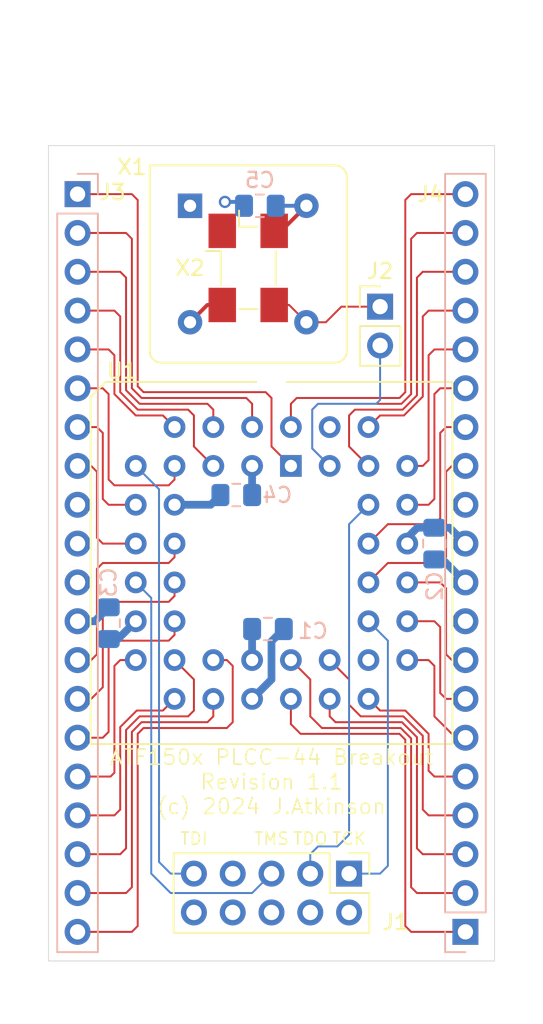
<source format=kicad_pcb>
(kicad_pcb (version 20240108) (generator "pcbnew") (generator_version "8.0")
  (layers (0 "F.Cu" signal) (1 "In1.Cu" signal) (2 "In2.Cu" signal) (31 "B.Cu" signal) (34 "B.Paste" user) (35 "F.Paste" user) (36 "B.SilkS" user "B.Silkscreen") (37 "F.SilkS" user "F.Silkscreen") (38 "B.Mask" user) (39 "F.Mask" user) (44 "Edge.Cuts" user))
  (net 0 "")
  (net 1 "GND")
  (net 2 "VCC")
  (net 3 "IO18")
  (net 4 "IO20")
  (net 5 "I2{slash}GCLK2")
  (net 6 "IO8")
  (net 7 "IO26")
  (net 8 "IO28")
  (net 9 "TCK")
  (net 10 "I1{slash}GCLR")
  (net 11 "IO16")
  (net 12 "IO11")
  (net 13 "IO24")
  (net 14 "TMS")
  (net 15 "I31{slash}GCLK31")
  (net 16 "IO10")
  (net 17 "IO19")
  (net 18 "IO5")
  (net 19 "TDO")
  (net 20 "IO4")
  (net 21 "IO22")
  (net 22 "IO14")
  (net 23 "IO23")
  (net 24 "IO3")
  (net 25 "IO7")
  (net 26 "TDI")
  (net 27 "IO6")
  (net 28 "IO25")
  (net 29 "IO13")
  (net 30 "IO29")
  (net 31 "IO21")
  (net 32 "IO9")
  (net 33 "IO27")
  (net 34 "IO30{slash}GCLK30")
  (net 35 "IO15")
  (net 36 "I32")
  (net 37 "IO12")
  (net 38 "IO17")
  (net 44 "Net-(J2-Pin_1)")
  (footprint "Package_LCC:PLCC-44_THT-Socket" (layer "F.Cu") (at 191.77 68.58)
    (property "Reference" "U1" (at -11.049 -6.223 0) (layer "F.SilkS"))
    (property "Value" "ATF1502AS-Jx44")
    (fp_line (start -13.12 -4.5) (end -13.12 18.2) (stroke (width 0.12)) (layer "F.SilkS"))
    (fp_line (start -13.12 18.2) (end 10.58 18.2) (stroke (width 0.12)) (layer "F.SilkS"))
    (fp_line (start -12.12 -5.5) (end -13.12 -4.5) (stroke (width 0.12)) (layer "F.SilkS"))
    (fp_line (start -2.27 -5.5) (end -12.12 -5.5) (stroke (width 0.12)) (layer "F.SilkS"))
    (fp_line (start 10.58 -5.5) (end -0.27 -5.5) (stroke (width 0.12)) (layer "F.SilkS"))
    (fp_line (start 10.58 18.2) (end 10.58 -5.5) (stroke (width 0.12)) (layer "F.SilkS"))
    (pad "1" thru_hole rect (at 0 0) (size 1.4224 1.4224) (drill 0.8) (layers "*.Cu" "*.Mask") (net 10 "I1{slash}GCLR"))
    (pad "2" thru_hole circle (at -2.54 -2.54) (size 1.4224 1.4224) (drill 0.8) (layers "*.Cu" "*.Mask") (net 5 "I2{slash}GCLK2"))
    (pad "3" thru_hole circle (at -2.54 0) (size 1.4224 1.4224) (drill 0.8) (layers "*.Cu" "*.Mask") (net 2 "VCC"))
    (pad "4" thru_hole circle (at -5.08 -2.54) (size 1.4224 1.4224) (drill 0.8) (layers "*.Cu" "*.Mask") (net 24 "IO3"))
    (pad "5" thru_hole circle (at -5.08 0) (size 1.4224 1.4224) (drill 0.8) (layers "*.Cu" "*.Mask") (net 20 "IO4"))
    (pad "6" thru_hole circle (at -7.62 -2.54) (size 1.4224 1.4224) (drill 0.8) (layers "*.Cu" "*.Mask") (net 18 "IO5"))
    (pad "7" thru_hole circle (at -10.16 0) (size 1.4224 1.4224) (drill 0.8) (layers "*.Cu" "*.Mask") (net 26 "TDI"))
    (pad "8" thru_hole circle (at -7.62 0) (size 1.4224 1.4224) (drill 0.8) (layers "*.Cu" "*.Mask") (net 27 "IO6"))
    (pad "9" thru_hole circle (at -10.16 2.54) (size 1.4224 1.4224) (drill 0.8) (layers "*.Cu" "*.Mask") (net 25 "IO7"))
    (pad "10" thru_hole circle (at -7.62 2.54) (size 1.4224 1.4224) (drill 0.8) (layers "*.Cu" "*.Mask") (net 1 "GND"))
    (pad "11" thru_hole circle (at -10.16 5.08) (size 1.4224 1.4224) (drill 0.8) (layers "*.Cu" "*.Mask") (net 6 "IO8"))
    (pad "12" thru_hole circle (at -7.62 5.08) (size 1.4224 1.4224) (drill 0.8) (layers "*.Cu" "*.Mask") (net 32 "IO9"))
    (pad "13" thru_hole circle (at -10.16 7.62) (size 1.4224 1.4224) (drill 0.8) (layers "*.Cu" "*.Mask") (net 14 "TMS"))
    (pad "14" thru_hole circle (at -7.62 7.62) (size 1.4224 1.4224) (drill 0.8) (layers "*.Cu" "*.Mask") (net 16 "IO10"))
    (pad "15" thru_hole circle (at -10.16 10.16) (size 1.4224 1.4224) (drill 0.8) (layers "*.Cu" "*.Mask") (net 2 "VCC"))
    (pad "16" thru_hole circle (at -7.62 10.16) (size 1.4224 1.4224) (drill 0.8) (layers "*.Cu" "*.Mask") (net 12 "IO11"))
    (pad "17" thru_hole circle (at -10.16 12.7) (size 1.4224 1.4224) (drill 0.8) (layers "*.Cu" "*.Mask") (net 37 "IO12"))
    (pad "18" thru_hole circle (at -7.62 15.24) (size 1.4224 1.4224) (drill 0.8) (layers "*.Cu" "*.Mask") (net 29 "IO13"))
    (pad "19" thru_hole circle (at -7.62 12.7) (size 1.4224 1.4224) (drill 0.8) (layers "*.Cu" "*.Mask") (net 22 "IO14"))
    (pad "20" thru_hole circle (at -5.08 15.24) (size 1.4224 1.4224) (drill 0.8) (layers "*.Cu" "*.Mask") (net 35 "IO15"))
    (pad "21" thru_hole circle (at -5.08 12.7) (size 1.4224 1.4224) (drill 0.8) (layers "*.Cu" "*.Mask") (net 11 "IO16"))
    (pad "22" thru_hole circle (at -2.54 15.24) (size 1.4224 1.4224) (drill 0.8) (layers "*.Cu" "*.Mask") (net 1 "GND"))
    (pad "23" thru_hole circle (at -2.54 12.7) (size 1.4224 1.4224) (drill 0.8) (layers "*.Cu" "*.Mask") (net 2 "VCC"))
    (pad "24" thru_hole circle (at 0 15.24) (size 1.4224 1.4224) (drill 0.8) (layers "*.Cu" "*.Mask") (net 38 "IO17"))
    (pad "25" thru_hole circle (at 0 12.7) (size 1.4224 1.4224) (drill 0.8) (layers "*.Cu" "*.Mask") (net 3 "IO18"))
    (pad "26" thru_hole circle (at 2.54 15.24) (size 1.4224 1.4224) (drill 0.8) (layers "*.Cu" "*.Mask") (net 17 "IO19"))
    (pad "27" thru_hole circle (at 2.54 12.7) (size 1.4224 1.4224) (drill 0.8) (layers "*.Cu" "*.Mask") (net 4 "IO20"))
    (pad "28" thru_hole circle (at 5.08 15.24) (size 1.4224 1.4224) (drill 0.8) (layers "*.Cu" "*.Mask") (net 31 "IO21"))
    (pad "29" thru_hole circle (at 7.62 12.7) (size 1.4224 1.4224) (drill 0.8) (layers "*.Cu" "*.Mask") (net 21 "IO22"))
    (pad "30" thru_hole circle (at 5.08 12.7) (size 1.4224 1.4224) (drill 0.8) (layers "*.Cu" "*.Mask") (net 1 "GND"))
    (pad "31" thru_hole circle (at 7.62 10.16) (size 1.4224 1.4224) (drill 0.8) (layers "*.Cu" "*.Mask") (net 23 "IO23"))
    (pad "32" thru_hole circle (at 5.08 10.16) (size 1.4224 1.4224) (drill 0.8) (layers "*.Cu" "*.Mask") (net 9 "TCK"))
    (pad "33" thru_hole circle (at 7.62 7.62) (size 1.4224 1.4224) (drill 0.8) (layers "*.Cu" "*.Mask") (net 13 "IO24"))
    (pad "34" thru_hole circle (at 5.08 7.62) (size 1.4224 1.4224) (drill 0.8) (layers "*.Cu" "*.Mask") (net 28 "IO25"))
    (pad "35" thru_hole circle (at 7.62 5.08) (size 1.4224 1.4224) (drill 0.8) (layers "*.Cu" "*.Mask") (net 2 "VCC"))
    (pad "36" thru_hole circle (at 5.08 5.08) (size 1.4224 1.4224) (drill 0.8) (layers "*.Cu" "*.Mask") (net 7 "IO26"))
    (pad "37" thru_hole circle (at 7.62 2.54) (size 1.4224 1.4224) (drill 0.8) (layers "*.Cu" "*.Mask") (net 33 "IO27"))
    (pad "38" thru_hole circle (at 5.08 2.54) (size 1.4224 1.4224) (drill 0.8) (layers "*.Cu" "*.Mask") (net 19 "TDO"))
    (pad "39" thru_hole circle (at 7.62 0) (size 1.4224 1.4224) (drill 0.8) (layers "*.Cu" "*.Mask") (net 8 "IO28"))
    (pad "40" thru_hole circle (at 5.08 -2.54) (size 1.4224 1.4224) (drill 0.8) (layers "*.Cu" "*.Mask") (net 30 "IO29"))
    (pad "41" thru_hole circle (at 5.08 0) (size 1.4224 1.4224) (drill 0.8) (layers "*.Cu" "*.Mask") (net 34 "IO30{slash}GCLK30"))
    (pad "42" thru_hole circle (at 2.54 -2.54) (size 1.4224 1.4224) (drill 0.8) (layers "*.Cu" "*.Mask") (net 1 "GND"))
    (pad "43" thru_hole circle (at 2.54 0) (size 1.4224 1.4224) (drill 0.8) (layers "*.Cu" "*.Mask") (net 15 "I31{slash}GCLK31"))
    (pad "44" thru_hole circle (at 0 -2.54) (size 1.4224 1.4224) (drill 0.8) (layers "*.Cu" "*.Mask") (net 36 "I32"))
  )
  (footprint "Connector_PinHeader_2.54mm:PinHeader_1x02_P2.54mm_Vertical" (layer "F.Cu") (at 197.612 58.161)
    (property "Reference" "J2" (at 0 -2.33 360) (layer "F.SilkS"))
    (property "Value" "Conn_01x02")
    (fp_line (start -1.33 -1.33) (end 0 -1.33) (stroke (width 0.12)) (layer "F.SilkS"))
    (fp_line (start -1.33 0) (end -1.33 -1.33) (stroke (width 0.12)) (layer "F.SilkS"))
    (fp_line (start -1.33 1.27) (end -1.33 3.87) (stroke (width 0.12)) (layer "F.SilkS"))
    (fp_line (start -1.33 1.27) (end 1.33 1.27) (stroke (width 0.12)) (layer "F.SilkS"))
    (fp_line (start -1.33 3.87) (end 1.33 3.87) (stroke (width 0.12)) (layer "F.SilkS"))
    (fp_line (start 1.33 1.27) (end 1.33 3.87) (stroke (width 0.12)) (layer "F.SilkS"))
    (pad "1" thru_hole rect (at 0 0) (size 1.7 1.7) (drill 1) (layers "*.Cu" "*.Mask") (net 44 "Net-(J2-Pin_1)"))
    (pad "2" thru_hole oval (at 0 2.54) (size 1.7 1.7) (drill 1) (layers "*.Cu" "*.Mask") (net 15 "I31{slash}GCLK31"))
  )
  (footprint "Oscillator:Oscillator_SMD_Fordahl_DFAS15-4Pin_5.0x3.2mm_HandSoldering" (layer "F.Cu") (at 188.976 55.626 -90)
    (property "Reference" "X2" (at 0 3.81 180) (layer "F.SilkS"))
    (property "Value" "IQXO-70")
    (fp_line (start -1.1 1.8) (end -1.1 2.8) (stroke (width 0.12)) (layer "F.SilkS"))
    (fp_line (start 1.1 1.8) (end -1.1 1.8) (stroke (width 0.12)) (layer "F.SilkS"))
    (fp_line (start -3.75 0.6) (end -2.7 0.6) (stroke (width 0.12)) (layer "F.SilkS"))
    (fp_line (start -2.7 0.6) (end -2.7 -0.6) (stroke (width 0.12)) (layer "F.SilkS"))
    (fp_line (start 2.7 -0.6) (end 2.7 0.6) (stroke (width 0.12)) (layer "F.SilkS"))
    (fp_line (start -1.1 -1.8) (end 1.1 -1.8) (stroke (width 0.12)) (layer "F.SilkS"))
    (pad "1" smd rect (at -2.425 1.7 270) (size 2.25 1.8) (layers "F.Cu" "F.Paste" "F.Mask"))
    (pad "2" smd rect (at 2.425 1.7 270) (size 2.25 1.8) (layers "F.Cu" "F.Paste" "F.Mask") (net 1 "GND"))
    (pad "3" smd rect (at 2.425 -1.7 270) (size 2.25 1.8) (layers "F.Cu" "F.Paste" "F.Mask") (net 44 "Net-(J2-Pin_1)"))
    (pad "4" smd rect (at -2.425 -1.7 270) (size 2.25 1.8) (layers "F.Cu" "F.Paste" "F.Mask") (net 2 "VCC"))
  )
  (footprint "Oscillator:Oscillator_DIP-8" (layer "F.Cu") (at 185.166 51.562 -90)
    (property "Reference" "X1" (at -2.54 3.81 180) (layer "F.SilkS"))
    (property "Value" "CXO_DIP8")
    (fp_line (start -2.64 2.64) (end 9.51 2.64) (stroke (width 0.12)) (layer "F.SilkS"))
    (fp_line (start 10.26 1.89) (end 10.26 -9.51) (stroke (width 0.12)) (layer "F.SilkS"))
    (fp_line (start -2.64 -9.51) (end -2.64 2.64) (stroke (width 0.12)) (layer "F.SilkS"))
    (fp_line (start 9.51 -10.26) (end -1.89 -10.26) (stroke (width 0.12)) (layer "F.SilkS"))
    (fp_arc (start 10.26 1.89) (mid 10.04033 2.42033) (end 9.51 2.64) (stroke (width 0.12)) (layer "F.SilkS"))
    (fp_arc (start -2.64 -9.51) (mid -2.42033 -10.04033) (end -1.89 -10.26) (stroke (width 0.12)) (layer "F.SilkS"))
    (fp_arc (start 9.51 -10.26) (mid 10.04033 -10.04033) (end 10.26 -9.51) (stroke (width 0.12)) (layer "F.SilkS"))
    (pad "1" thru_hole rect (at 0 0 270) (size 1.6 1.6) (drill 0.8) (layers "*.Cu" "*.Mask"))
    (pad "4" thru_hole circle (at 7.62 0 270) (size 1.6 1.6) (drill 0.8) (layers "*.Cu" "*.Mask") (net 1 "GND"))
    (pad "5" thru_hole circle (at 7.62 -7.62 270) (size 1.6 1.6) (drill 0.8) (layers "*.Cu" "*.Mask") (net 44 "Net-(J2-Pin_1)"))
    (pad "8" thru_hole circle (at 0 -7.62 270) (size 1.6 1.6) (drill 0.8) (layers "*.Cu" "*.Mask") (net 2 "VCC"))
  )
  (footprint "Connector_PinHeader_2.54mm:PinHeader_2x05_P2.54mm_Vertical" (layer "F.Cu") (at 195.58 95.25 -90)
    (property "Reference" "J1" (at 3.175 -3.048 180) (layer "F.SilkS"))
    (property "Value" "Conn_02x05_Odd_Even")
    (fp_line (start -1.33 11.49) (end 3.87 11.49) (stroke (width 0.12)) (layer "F.SilkS"))
    (fp_line (start -1.33 1.27) (end -1.33 11.49) (stroke (width 0.12)) (layer "F.SilkS"))
    (fp_line (start -1.33 1.27) (end 1.27 1.27) (stroke (width 0.12)) (layer "F.SilkS"))
    (fp_line (start 1.27 1.27) (end 1.27 -1.33) (stroke (width 0.12)) (layer "F.SilkS"))
    (fp_line (start -1.33 0) (end -1.33 -1.33) (stroke (width 0.12)) (layer "F.SilkS"))
    (fp_line (start -1.33 -1.33) (end 0 -1.33) (stroke (width 0.12)) (layer "F.SilkS"))
    (fp_line (start 1.27 -1.33) (end 3.87 -1.33) (stroke (width 0.12)) (layer "F.SilkS"))
    (fp_line (start 3.87 -1.33) (end 3.87 11.49) (stroke (width 0.12)) (layer "F.SilkS"))
    (pad "1" thru_hole rect (at 0 0 270) (size 1.7 1.7) (drill 1) (layers "*.Cu" "*.Mask") (net 9 "TCK"))
    (pad "2" thru_hole oval (at 2.54 0 270) (size 1.7 1.7) (drill 1) (layers "*.Cu" "*.Mask") (net 1 "GND"))
    (pad "3" thru_hole oval (at 0 2.54 270) (size 1.7 1.7) (drill 1) (layers "*.Cu" "*.Mask") (net 19 "TDO"))
    (pad "4" thru_hole oval (at 2.54 2.54 270) (size 1.7 1.7) (drill 1) (layers "*.Cu" "*.Mask") (net 2 "VCC"))
    (pad "5" thru_hole oval (at 0 5.08 270) (size 1.7 1.7) (drill 1) (layers "*.Cu" "*.Mask") (net 14 "TMS"))
    (pad "6" thru_hole oval (at 2.54 5.08 270) (size 1.7 1.7) (drill 1) (layers "*.Cu" "*.Mask"))
    (pad "7" thru_hole oval (at 0 7.62 270) (size 1.7 1.7) (drill 1) (layers "*.Cu" "*.Mask"))
    (pad "8" thru_hole oval (at 2.54 7.62 270) (size 1.7 1.7) (drill 1) (layers "*.Cu" "*.Mask"))
    (pad "9" thru_hole oval (at 0 10.16 270) (size 1.7 1.7) (drill 1) (layers "*.Cu" "*.Mask") (net 26 "TDI"))
    (pad "10" thru_hole oval (at 2.54 10.16 270) (size 1.7 1.7) (drill 1) (layers "*.Cu" "*.Mask") (net 1 "GND"))
  )
  (footprint "Capacitor_SMD:C_0805_2012Metric_Pad1.18x1.45mm_HandSolder" (layer "B.Cu") (at 201.168 73.66 -90)
    (property "Reference" "C2" (at 2.794 -0.0215 90) (layer "B.SilkS") (effects (justify mirror)))
    (property "Value" "104")
    (fp_line (start 0.261252 0.735) (end -0.261252 0.735) (stroke (width 0.12)) (layer "B.SilkS"))
    (fp_line (start 0.261252 -0.735) (end -0.261252 -0.735) (stroke (width 0.12)) (layer "B.SilkS"))
    (pad "1" smd roundrect (at -1.0375 0 270) (size 1.175 1.45) (layers "B.Cu" "B.Paste" "B.Mask") (roundrect_rratio 0.2127659574) (net 2 "VCC"))
    (pad "2" smd roundrect (at 1.0375 0 270) (size 1.175 1.45) (layers "B.Cu" "B.Paste" "B.Mask") (roundrect_rratio 0.2127659574) (net 1 "GND"))
  )
  (footprint "Capacitor_SMD:C_0805_2012Metric_Pad1.18x1.45mm_HandSolder" (layer "B.Cu") (at 189.738 51.562 180)
    (property "Reference" "C5" (at 0 1.68 180) (layer "B.SilkS") (effects (justify mirror)))
    (property "Value" "104")
    (fp_line (start 0.261252 0.735) (end -0.261252 0.735) (stroke (width 0.12)) (layer "B.SilkS"))
    (fp_line (start 0.261252 -0.735) (end -0.261252 -0.735) (stroke (width 0.12)) (layer "B.SilkS"))
    (pad "1" smd roundrect (at -1.0375 0 180) (size 1.175 1.45) (layers "B.Cu" "B.Paste" "B.Mask") (roundrect_rratio 0.212766) (net 2 "VCC"))
    (pad "2" smd roundrect (at 1.0375 0 180) (size 1.175 1.45) (layers "B.Cu" "B.Paste" "B.Mask") (roundrect_rratio 0.212766) (net 1 "GND"))
  )
  (footprint "Capacitor_SMD:C_0805_2012Metric_Pad1.18x1.45mm_HandSolder" (layer "B.Cu") (at 179.832 78.867 90)
    (property "Reference" "C3" (at 2.667 0 -90) (layer "B.SilkS") (effects (justify mirror)))
    (property "Value" "104")
    (fp_line (start 0.261252 -0.735) (end -0.261252 -0.735) (stroke (width 0.12)) (layer "B.SilkS"))
    (fp_line (start 0.261252 0.735) (end -0.261252 0.735) (stroke (width 0.12)) (layer "B.SilkS"))
    (pad "1" smd roundrect (at -1.0375 0 90) (size 1.175 1.45) (layers "B.Cu" "B.Paste" "B.Mask") (roundrect_rratio 0.2127659574) (net 2 "VCC"))
    (pad "2" smd roundrect (at 1.0375 0 90) (size 1.175 1.45) (layers "B.Cu" "B.Paste" "B.Mask") (roundrect_rratio 0.2127659574) (net 1 "GND"))
  )
  (footprint "Capacitor_SMD:C_0805_2012Metric_Pad1.18x1.45mm_HandSolder" (layer "B.Cu") (at 188.1925 70.485 180)
    (property "Reference" "C4" (at -2.6885 0 180) (layer "B.SilkS") (effects (justify mirror)))
    (property "Value" "104")
    (fp_line (start 0.261252 0.735) (end -0.261252 0.735) (stroke (width 0.12)) (layer "B.SilkS"))
    (fp_line (start 0.261252 -0.735) (end -0.261252 -0.735) (stroke (width 0.12)) (layer "B.SilkS"))
    (pad "1" smd roundrect (at -1.0375 0 180) (size 1.175 1.45) (layers "B.Cu" "B.Paste" "B.Mask") (roundrect_rratio 0.2127659574) (net 2 "VCC"))
    (pad "2" smd roundrect (at 1.0375 0 180) (size 1.175 1.45) (layers "B.Cu" "B.Paste" "B.Mask") (roundrect_rratio 0.2127659574) (net 1 "GND"))
  )
  (footprint "Connector_PinHeader_2.54mm:PinHeader_1x20_P2.54mm_Vertical" (layer "B.Cu") (at 177.8 50.8 180)
    (property "Reference" "J3" (at -2.286 0.127 180) (layer "F.SilkS"))
    (property "Value" "Conn_01x20")
    (fp_line (start 1.33 -1.27) (end -1.33 -1.27) (stroke (width 0.12)) (layer "B.SilkS"))
    (fp_line (start 1.33 -49.59) (end 1.33 -1.27) (stroke (width 0.12)) (layer "B.SilkS"))
    (fp_line (start 1.33 -49.59) (end -1.33 -49.59) (stroke (width 0.12)) (layer "B.SilkS"))
    (fp_line (start 0 1.33) (end -1.33 1.33) (stroke (width 0.12)) (layer "B.SilkS"))
    (fp_line (start -1.33 1.33) (end -1.33 0) (stroke (width 0.12)) (layer "B.SilkS"))
    (fp_line (start -1.33 -49.59) (end -1.33 -1.27) (stroke (width 0.12)) (layer "B.SilkS"))
    (pad "1" thru_hole rect (at 0 0 180) (size 1.7 1.7) (drill 1) (layers "*.Cu" "*.Mask") (net 10 "I1{slash}GCLR"))
    (pad "2" thru_hole oval (at 0 -2.54 180) (size 1.7 1.7) (drill 1) (layers "*.Cu" "*.Mask") (net 5 "I2{slash}GCLK2"))
    (pad "3" thru_hole oval (at 0 -5.08 180) (size 1.7 1.7) (drill 1) (layers "*.Cu" "*.Mask") (net 24 "IO3"))
    (pad "4" thru_hole oval (at 0 -7.62 180) (size 1.7 1.7) (drill 1) (layers "*.Cu" "*.Mask") (net 20 "IO4"))
    (pad "5" thru_hole oval (at 0 -10.16 180) (size 1.7 1.7) (drill 1) (layers "*.Cu" "*.Mask") (net 18 "IO5"))
    (pad "6" thru_hole oval (at 0 -12.7 180) (size 1.7 1.7) (drill 1) (layers "*.Cu" "*.Mask") (net 27 "IO6"))
    (pad "7" thru_hole oval (at 0 -15.24 180) (size 1.7 1.7) (drill 1) (layers "*.Cu" "*.Mask") (net 25 "IO7"))
    (pad "8" thru_hole oval (at 0 -17.78 180) (size 1.7 1.7) (drill 1) (layers "*.Cu" "*.Mask") (net 6 "IO8"))
    (pad "9" thru_hole oval (at 0 -20.32 180) (size 1.7 1.7) (drill 1) (layers "*.Cu" "*.Mask") (net 2 "VCC"))
    (pad "10" thru_hole oval (at 0 -22.86 180) (size 1.7 1.7) (drill 1) (layers "*.Cu" "*.Mask") (net 2 "VCC"))
    (pad "11" thru_hole oval (at 0 -25.4 180) (size 1.7 1.7) (drill 1) (layers "*.Cu" "*.Mask") (net 1 "GND"))
    (pad "12" thru_hole oval (at 0 -27.94 180) (size 1.7 1.7) (drill 1) (layers "*.Cu" "*.Mask") (net 1 "GND"))
    (pad "13" thru_hole oval (at 0 -30.48 180) (size 1.7 1.7) (drill 1) (layers "*.Cu" "*.Mask") (net 32 "IO9"))
    (pad "14" thru_hole oval (at 0 -33.02 180) (size 1.7 1.7) (drill 1) (layers "*.Cu" "*.Mask") (net 16 "IO10"))
    (pad "15" thru_hole oval (at 0 -35.56 180) (size 1.7 1.7) (drill 1) (layers "*.Cu" "*.Mask") (net 12 "IO11"))
    (pad "16" thru_hole oval (at 0 -38.1 180) (size 1.7 1.7) (drill 1) (layers "*.Cu" "*.Mask") (net 37 "IO12"))
    (pad "17" thru_hole oval (at 0 -40.64 180) (size 1.7 1.7) (drill 1) (layers "*.Cu" "*.Mask") (net 29 "IO13"))
    (pad "18" thru_hole oval (at 0 -43.18 180) (size 1.7 1.7) (drill 1) (layers "*.Cu" "*.Mask") (net 22 "IO14"))
    (pad "19" thru_hole oval (at 0 -45.72 180) (size 1.7 1.7) (drill 1) (layers "*.Cu" "*.Mask") (net 35 "IO15"))
    (pad "20" thru_hole oval (at 0 -48.26 180) (size 1.7 1.7) (drill 1) (layers "*.Cu" "*.Mask") (net 11 "IO16"))
  )
  (footprint "Capacitor_SMD:C_0805_2012Metric_Pad1.18x1.45mm_HandSolder" (layer "B.Cu") (at 190.2675 79.248)
    (property "Reference" "C1" (at 2.9425 0.127 0) (layer "B.SilkS") (effects (justify mirror)))
    (property "Value" "104")
    (fp_line (start 0.261252 -0.735) (end -0.261252 -0.735) (stroke (width 0.12)) (layer "B.SilkS"))
    (fp_line (start 0.261252 0.735) (end -0.261252 0.735) (stroke (width 0.12)) (layer "B.SilkS"))
    (pad "1" smd roundrect (at -1.0375 0) (size 1.175 1.45) (layers "B.Cu" "B.Paste" "B.Mask") (roundrect_rratio 0.2127659574) (net 2 "VCC"))
    (pad "2" smd roundrect (at 1.0375 0) (size 1.175 1.45) (layers "B.Cu" "B.Paste" "B.Mask") (roundrect_rratio 0.2127659574) (net 1 "GND"))
  )
  (footprint "Connector_PinHeader_2.54mm:PinHeader_1x20_P2.54mm_Vertical" (layer "B.Cu") (at 203.2 99.06)
    (property "Reference" "J4" (at -2.286 -48.26 0) (layer "F.SilkS"))
    (property "Value" "Conn_01x20")
    (fp_line (start -1.33 -49.59) (end -1.33 -1.27) (stroke (width 0.12)) (layer "B.SilkS"))
    (fp_line (start -1.33 1.33) (end -1.33 0) (stroke (width 0.12)) (layer "B.SilkS"))
    (fp_line (start 0 1.33) (end -1.33 1.33) (stroke (width 0.12)) (layer "B.SilkS"))
    (fp_line (start 1.33 -49.59) (end -1.33 -49.59) (stroke (width 0.12)) (layer "B.SilkS"))
    (fp_line (start 1.33 -49.59) (end 1.33 -1.27) (stroke (width 0.12)) (layer "B.SilkS"))
    (fp_line (start 1.33 -1.27) (end -1.33 -1.27) (stroke (width 0.12)) (layer "B.SilkS"))
    (pad "1" thru_hole rect (at 0 0) (size 1.7 1.7) (drill 1) (layers "*.Cu" "*.Mask") (net 38 "IO17"))
    (pad "2" thru_hole oval (at 0 -2.54) (size 1.7 1.7) (drill 1) (layers "*.Cu" "*.Mask") (net 3 "IO18"))
    (pad "3" thru_hole oval (at 0 -5.08) (size 1.7 1.7) (drill 1) (layers "*.Cu" "*.Mask") (net 17 "IO19"))
    (pad "4" thru_hole oval (at 0 -7.62) (size 1.7 1.7) (drill 1) (layers "*.Cu" "*.Mask") (net 4 "IO20"))
    (pad "5" thru_hole oval (at 0 -10.16) (size 1.7 1.7) (drill 1) (layers "*.Cu" "*.Mask") (net 31 "IO21"))
    (pad "6" thru_hole oval (at 0 -12.7) (size 1.7 1.7) (drill 1) (layers "*.Cu" "*.Mask") (net 21 "IO22"))
    (pad "7" thru_hole oval (at 0 -15.24) (size 1.7 1.7) (drill 1) (layers "*.Cu" "*.Mask") (net 23 "IO23"))
    (pad "8" thru_hole oval (at 0 -17.78) (size 1.7 1.7) (drill 1) (layers "*.Cu" "*.Mask") (net 13 "IO24"))
    (pad "9" thru_hole oval (at 0 -20.32) (size 1.7 1.7) (drill 1) (layers "*.Cu" "*.Mask") (net 1 "GND"))
    (pad "10" thru_hole oval (at 0 -22.86) (size 1.7 1.7) (drill 1) (layers "*.Cu" "*.Mask") (net 1 "GND"))
    (pad "11" thru_hole oval (at 0 -25.4) (size 1.7 1.7) (drill 1) (layers "*.Cu" "*.Mask") (net 2 "VCC"))
    (pad "12" thru_hole oval (at 0 -27.94) (size 1.7 1.7) (drill 1) (layers "*.Cu" "*.Mask") (net 2 "VCC"))
    (pad "13" thru_hole oval (at 0 -30.48) (size 1.7 1.7) (drill 1) (layers "*.Cu" "*.Mask") (net 28 "IO25"))
    (pad "14" thru_hole oval (at 0 -33.02) (size 1.7 1.7) (drill 1) (layers "*.Cu" "*.Mask") (net 7 "IO26"))
    (pad "15" thru_hole oval (at 0 -35.56) (size 1.7 1.7) (drill 1) (layers "*.Cu" "*.Mask") (net 33 "IO27"))
    (pad "16" thru_hole oval (at 0 -38.1) (size 1.7 1.7) (drill 1) (layers "*.Cu" "*.Mask") (net 8 "IO28"))
    (pad "17" thru_hole oval (at 0 -40.64) (size 1.7 1.7) (drill 1) (layers "*.Cu" "*.Mask") (net 30 "IO29"))
    (pad "18" thru_hole oval (at 0 -43.18) (size 1.7 1.7) (drill 1) (layers "*.Cu" "*.Mask") (net 34 "IO30{slash}GCLK30"))
    (pad "19" thru_hole oval (at 0 -45.72) (size 1.7 1.7) (drill 1) (layers "*.Cu" "*.Mask") (net 15 "I31{slash}GCLK31"))
    (pad "20" thru_hole oval (at 0 -48.26) (size 1.7 1.7) (drill 1) (layers "*.Cu" "*.Mask") (net 36 "I32"))
  )
  (gr_line (start 175.895 47.625) (end 205.105 47.625) (stroke (width 0.05)) (layer "Edge.Cuts"))
  (gr_line (start 205.105 100.965) (end 175.895 100.965) (stroke (width 0.05)) (layer "Edge.Cuts"))
  (gr_line (start 175.895 100.965) (end 175.895 47.625) (stroke (width 0.05)) (layer "Edge.Cuts"))
  (gr_line (start 205.105 47.625) (end 205.105 100.965) (stroke (width 0.05)) (layer "Edge.Cuts"))
  (gr_text "ATF150x PLCC-44 Breakout\nRevision 1.1\n(c) 2024 J.Atkinson" (at 190.5 91.44 0) (layer "F.SilkS") (effects (font (size 1 1) (thickness 0.1)) (justify bottom)))
  (gr_text "TDO" (at 193.04 92.964 0) (layer "F.SilkS") (effects (font (size 0.8 0.8) (thickness 0.1))))
  (gr_text "TMS" (at 190.5 92.964 0) (layer "F.SilkS") (effects (font (size 0.8 0.8) (thickness 0.1))))
  (gr_text "TDI" (at 185.42 92.964 0) (layer "F.SilkS") (effects (font (size 0.8 0.8) (thickness 0.1))))
  (gr_text "TCK" (at 195.58 92.964 0) (layer "F.SilkS") (effects (font (size 0.8 0.8) (thickness 0.1))))
  (segment (start 187.276 58.051) (end 186.297 58.051) (width 0.254) (layer "F.Cu") (net 1))
  (segment (start 186.297 58.051) (end 185.166 59.182) (width 0.254) (layer "F.Cu") (net 1))
  (via (at 187.452 51.308) (size 0.8) (drill 0.5) (layers "F.Cu" "B.Cu") (net 1))
  (segment (start 190.5 82.55) (end 190.5 80.053) (width 0.508) (layer "B.Cu") (net 1))
  (segment (start 177.8 78.74) (end 178.9215 78.74) (width 0.508) (layer "B.Cu") (net 1))
  (segment (start 187.452 51.308) (end 188.4465 51.308) (width 0.254) (layer "B.Cu") (net 1))
  (segment (start 186.52 71.12) (end 187.155 70.485) (width 0.508) (layer "B.Cu") (net 1))
  (segment (start 201.6975 74.6975) (end 203.2 76.2) (width 0.508) (layer "B.Cu") (net 1))
  (segment (start 188.4465 51.308) (end 188.7005 51.562) (width 0.254) (layer "B.Cu") (net 1))
  (segment (start 178.9215 78.74) (end 179.832 77.8295) (width 0.508) (layer "B.Cu") (net 1))
  (segment (start 201.168 74.6975) (end 201.6975 74.6975) (width 0.508) (layer "B.Cu") (net 1))
  (segment (start 190.5 80.053) (end 191.305 79.248) (width 0.508) (layer "B.Cu") (net 1))
  (segment (start 189.23 83.82) (end 190.5 82.55) (width 0.508) (layer "B.Cu") (net 1))
  (segment (start 184.15 71.12) (end 186.52 71.12) (width 0.508) (layer "B.Cu") (net 1))
  (segment (start 192.786 51.562) (end 191.147 53.201) (width 0.254) (layer "F.Cu") (net 2))
  (segment (start 191.147 53.201) (end 190.676 53.201) (width 0.254) (layer "F.Cu") (net 2))
  (segment (start 180.4455 79.9045) (end 181.61 78.74) (width 0.508) (layer "B.Cu") (net 2))
  (segment (start 189.23 79.248) (end 189.23 81.28) (width 0.508) (layer "B.Cu") (net 2))
  (segment (start 179.832 79.9045) (end 180.4455 79.9045) (width 0.508) (layer "B.Cu") (net 2))
  (segment (start 199.39 73.279) (end 200.0465 72.6225) (width 0.508) (layer "B.Cu") (net 2))
  (segment (start 202.1625 72.6225) (end 203.2 73.66) (width 0.508) (layer "B.Cu") (net 2))
  (segment (start 190.7755 51.562) (end 192.786 51.562) (width 0.254) (layer "B.Cu") (net 2))
  (segment (start 200.0465 72.6225) (end 201.168 72.6225) (width 0.508) (layer "B.Cu") (net 2))
  (segment (start 199.39 73.66) (end 199.39 73.279) (width 0.508) (layer "B.Cu") (net 2))
  (segment (start 189.23 68.58) (end 189.23 70.485) (width 0.508) (layer "B.Cu") (net 2))
  (segment (start 189.2085 79.2695) (end 189.23 79.248) (width 0.508) (layer "B.Cu") (net 2))
  (segment (start 201.168 72.6225) (end 202.1625 72.6225) (width 0.508) (layer "B.Cu") (net 2))
  (segment (start 198.963448 85.725) (end 193.802 85.725) (width 0.127) (layer "F.Cu") (net 3))
  (segment (start 200.025 96.52) (end 199.644 96.139) (width 0.127) (layer "F.Cu") (net 3))
  (segment (start 199.644 96.139) (end 199.644 86.405552) (width 0.127) (layer "F.Cu") (net 3))
  (segment (start 199.644 86.405552) (end 198.963448 85.725) (width 0.127) (layer "F.Cu") (net 3))
  (segment (start 193.04 82.55) (end 191.77 81.28) (width 0.127) (layer "F.Cu") (net 3))
  (segment (start 193.04 84.963) (end 193.04 82.55) (width 0.127) (layer "F.Cu") (net 3))
  (segment (start 203.2 96.52) (end 200.025 96.52) (width 0.127) (layer "F.Cu") (net 3))
  (segment (start 193.802 85.725) (end 193.04 84.963) (width 0.127) (layer "F.Cu") (net 3))
  (segment (start 196.342 84.963) (end 195.58 84.201) (width 0.127) (layer "F.Cu") (net 4))
  (segment (start 200.787 91.44) (end 200.406 91.059) (width 0.127) (layer "F.Cu") (net 4))
  (segment (start 199.136 84.963) (end 196.342 84.963) (width 0.127) (layer "F.Cu") (net 4))
  (segment (start 195.58 82.55) (end 194.31 81.28) (width 0.127) (layer "F.Cu") (net 4))
  (segment (start 203.2 91.44) (end 200.787 91.44) (width 0.127) (layer "F.Cu") (net 4))
  (segment (start 200.406 91.059) (end 200.406 86.233) (width 0.127) (layer "F.Cu") (net 4))
  (segment (start 200.406 86.233) (end 199.136 84.963) (width 0.127) (layer "F.Cu") (net 4))
  (segment (start 195.58 84.201) (end 195.58 82.55) (width 0.127) (layer "F.Cu") (net 4))
  (segment (start 189.23 64.516) (end 189.23 66.04) (width 0.127) (layer "F.Cu") (net 5))
  (segment (start 180.975 53.34) (end 181.356 53.721) (width 0.127) (layer "F.Cu") (net 5))
  (segment (start 181.991 64.135) (end 188.849 64.135) (width 0.127) (layer "F.Cu") (net 5))
  (segment (start 177.8 53.34) (end 180.975 53.34) (width 0.127) (layer "F.Cu") (net 5))
  (segment (start 188.849 64.135) (end 189.23 64.516) (width 0.127) (layer "F.Cu") (net 5))
  (segment (start 181.356 53.721) (end 181.356 63.5) (width 0.127) (layer "F.Cu") (net 5))
  (segment (start 181.356 63.5) (end 181.991 64.135) (width 0.127) (layer "F.Cu") (net 5))
  (segment (start 179.07 68.961) (end 178.689 68.58) (width 0.127) (layer "F.Cu") (net 6))
  (segment (start 178.689 68.58) (end 177.8 68.58) (width 0.127) (layer "F.Cu") (net 6))
  (segment (start 179.07 73.279) (end 179.07 68.961) (width 0.127) (layer "F.Cu") (net 6))
  (segment (start 181.610001 73.66) (end 179.451 73.66) (width 0.127) (layer "F.Cu") (net 6))
  (segment (start 179.451 73.66) (end 179.07 73.279) (width 0.127) (layer "F.Cu") (net 6))
  (segment (start 201.168 72.39) (end 201.549 72.009) (width 0.127) (layer "F.Cu") (net 7))
  (segment (start 201.93 66.04) (end 203.2 66.04) (width 0.127) (layer "F.Cu") (net 7))
  (segment (start 198.12 72.39) (end 201.168 72.39) (width 0.127) (layer "F.Cu") (net 7))
  (segment (start 201.549 66.421) (end 201.93 66.04) (width 0.127) (layer "F.Cu") (net 7))
  (segment (start 201.549 72.009) (end 201.549 66.421) (width 0.127) (layer "F.Cu") (net 7))
  (segment (start 196.85 73.66) (end 198.12 72.39) (width 0.127) (layer "F.Cu") (net 7))
  (segment (start 200.787 61.341) (end 201.168 60.96) (width 0.127) (layer "F.Cu") (net 8))
  (segment (start 200.406 68.58) (end 200.787 68.199) (width 0.127) (layer "F.Cu") (net 8))
  (segment (start 199.39 68.58) (end 200.406 68.58) (width 0.127) (layer "F.Cu") (net 8))
  (segment (start 201.168 60.96) (end 203.2 60.96) (width 0.127) (layer "F.Cu") (net 8))
  (segment (start 200.787 68.199) (end 200.787 61.341) (width 0.127) (layer "F.Cu") (net 8))
  (segment (start 198.12 94.742) (end 197.612 95.25) (width 0.127) (layer "B.Cu") (net 9))
  (segment (start 197.612 95.25) (end 195.58 95.25) (width 0.127) (layer "B.Cu") (net 9))
  (segment (start 196.85 78.74) (end 198.12 80.01) (width 0.127) (layer "B.Cu") (net 9))
  (segment (start 198.12 80.01) (end 198.12 94.742) (width 0.127) (layer "B.Cu") (net 9))
  (segment (start 181.737 63.373) (end 182.118 63.754) (width 0.127) (layer "F.Cu") (net 10))
  (segment (start 181.737 51.181) (end 181.737 63.373) (width 0.127) (layer "F.Cu") (net 10))
  (segment (start 190.119 63.754) (end 190.5 64.135) (width 0.127) (layer "F.Cu") (net 10))
  (segment (start 190.5 64.135) (end 190.5 67.31) (width 0.127) (layer "F.Cu") (net 10))
  (segment (start 181.356 50.8) (end 181.737 51.181) (width 0.127) (layer "F.Cu") (net 10))
  (segment (start 190.5 67.31) (end 191.77 68.58) (width 0.127) (layer "F.Cu") (net 10))
  (segment (start 182.118 63.754) (end 190.119 63.754) (width 0.127) (layer "F.Cu") (net 10))
  (segment (start 177.8 50.8) (end 181.356 50.8) (width 0.127) (layer "F.Cu") (net 10))
  (segment (start 187.579001 81.280001) (end 187.96 81.661) (width 0.127) (layer "F.Cu") (net 11))
  (segment (start 182.118 85.725) (end 181.737 86.106) (width 0.127) (layer "F.Cu") (net 11))
  (segment (start 187.579 85.725) (end 182.118 85.725) (width 0.127) (layer "F.Cu") (net 11))
  (segment (start 181.356 99.06) (end 177.8 99.06) (width 0.127) (layer "F.Cu") (net 11))
  (segment (start 186.69 81.280001) (end 187.579001 81.280001) (width 0.127) (layer "F.Cu") (net 11))
  (segment (start 187.96 81.661) (end 187.96 85.344) (width 0.127) (layer "F.Cu") (net 11))
  (segment (start 181.737 98.679) (end 181.356 99.06) (width 0.127) (layer "F.Cu") (net 11))
  (segment (start 187.96 85.344) (end 187.579 85.725) (width 0.127) (layer "F.Cu") (net 11))
  (segment (start 181.737 86.106) (end 181.737 98.679) (width 0.127) (layer "F.Cu") (net 11))
  (segment (start 184.15 79.629) (end 183.769 80.01) (width 0.127) (layer "F.Cu") (net 12))
  (segment (start 179.832 80.391) (end 179.832 85.979) (width 0.127) (layer "F.Cu") (net 12))
  (segment (start 183.769 80.01) (end 180.213 80.01) (width 0.127) (layer "F.Cu") (net 12))
  (segment (start 179.451 86.36) (end 177.8 86.36) (width 0.127) (layer "F.Cu") (net 12))
  (segment (start 179.832 85.979) (end 179.451 86.36) (width 0.127) (layer "F.Cu") (net 12))
  (segment (start 184.15 78.74) (end 184.15 79.629) (width 0.127) (layer "F.Cu") (net 12))
  (segment (start 180.213 80.01) (end 179.832 80.391) (width 0.127) (layer "F.Cu") (net 12))
  (segment (start 199.39 76.2) (end 201.549 76.2) (width 0.127) (layer "F.Cu") (net 13))
  (segment (start 201.549 76.2) (end 201.93 76.581) (width 0.127) (layer "F.Cu") (net 13))
  (segment (start 201.93 80.899) (end 202.311 81.28) (width 0.127) (layer "F.Cu") (net 13))
  (segment (start 201.93 76.581) (end 201.93 80.899) (width 0.127) (layer "F.Cu") (net 13))
  (segment (start 202.311 81.28) (end 203.2 81.28) (width 0.127) (layer "F.Cu") (net 13))
  (segment (start 181.61 76.2) (end 182.626 77.216) (width 0.127) (layer "B.Cu") (net 14))
  (segment (start 189.23 96.52) (end 190.5 95.25) (width 0.127) (layer "B.Cu") (net 14))
  (segment (start 182.626 77.216) (end 182.626 95.25) (width 0.127) (layer "B.Cu") (net 14))
  (segment (start 183.896 96.52) (end 189.23 96.52) (width 0.127) (layer "B.Cu") (net 14))
  (segment (start 182.626 95.25) (end 183.896 96.52) (width 0.127) (layer "B.Cu") (net 14))
  (segment (start 193.548 64.516) (end 193.167 64.897) (width 0.127) (layer "F.Cu") (net 15))
  (segment (start 200.025 53.34) (end 199.644 53.721) (width 0.127) (layer "F.Cu") (net 15))
  (segment (start 199.009 64.516) (end 193.548 64.516) (width 0.127) (layer "F.Cu") (net 15))
  (segment (start 199.644 63.881) (end 199.009 64.516) (width 0.127) (layer "F.Cu") (net 15))
  (segment (start 199.644 53.721) (end 199.644 63.881) (width 0.127) (layer "F.Cu") (net 15))
  (segment (start 193.167 67.437) (end 194.31 68.58) (width 0.127) (layer "F.Cu") (net 15))
  (segment (start 203.2 53.34) (end 200.025 53.34) (width 0.127) (layer "F.Cu") (net 15))
  (segment (start 193.167 64.897) (end 193.167 67.437) (width 0.127) (layer "F.Cu") (net 15))
  (segment (start 197.612 64.262) (end 197.612 60.701) (width 0.127) (layer "B.Cu") (net 15))
  (segment (start 194.31 68.58) (end 193.167 67.437) (width 0.127) (layer "B.Cu") (net 15))
  (segment (start 193.167 67.437) (end 193.167 64.897) (width 0.127) (layer "B.Cu") (net 15))
  (segment (start 193.548 64.516) (end 197.358 64.516) (width 0.127) (layer "B.Cu") (net 15))
  (segment (start 197.358 64.516) (end 197.612 64.262) (width 0.127) (layer "B.Cu") (net 15))
  (segment (start 193.167 64.897) (end 193.548 64.516) (width 0.127) (layer "B.Cu") (net 15))
  (segment (start 183.769 77.47) (end 184.15 77.089) (width 0.127) (layer "F.Cu") (net 16))
  (segment (start 179.832 77.47) (end 183.769 77.47) (width 0.127) (layer "F.Cu") (net 16))
  (segment (start 184.15 77.089) (end 184.15 76.2) (width 0.127) (layer "F.Cu") (net 16))
  (segment (start 179.451 83.058) (end 179.451 77.851) (width 0.127) (layer "F.Cu") (net 16))
  (segment (start 177.8 83.82) (end 178.689 83.82) (width 0.127) (layer "F.Cu") (net 16))
  (segment (start 179.451 77.851) (end 179.832 77.47) (width 0.127) (layer "F.Cu") (net 16))
  (segment (start 178.689 83.82) (end 179.451 83.058) (width 0.127) (layer "F.Cu") (net 16))
  (segment (start 199.044896 85.344) (end 200.025 86.324104) (width 0.127) (layer "F.Cu") (net 17))
  (segment (start 200.025 93.599) (end 200.406 93.98) (width 0.127) (layer "F.Cu") (net 17))
  (segment (start 194.691 85.344) (end 199.044896 85.344) (width 0.127) (layer "F.Cu") (net 17))
  (segment (start 194.31 83.82) (end 194.31 84.963) (width 0.127) (layer "F.Cu") (net 17))
  (segment (start 200.406 93.98) (end 203.2 93.98) (width 0.127) (layer "F.Cu") (net 17))
  (segment (start 194.31 84.963) (end 194.691 85.344) (width 0.127) (layer "F.Cu") (net 17))
  (segment (start 200.025 86.324104) (end 200.025 93.599) (width 0.127) (layer "F.Cu") (net 17))
  (segment (start 181.61 65.278) (end 183.388 65.278) (width 0.127) (layer "F.Cu") (net 18))
  (segment (start 180.213 61.341) (end 180.213 63.881) (width 0.127) (layer "F.Cu") (net 18))
  (segment (start 179.832 60.96) (end 180.213 61.341) (width 0.127) (layer "F.Cu") (net 18))
  (segment (start 183.388 65.278) (end 184.15 66.04) (width 0.127) (layer "F.Cu") (net 18))
  (segment (start 180.213 63.881) (end 181.61 65.278) (width 0.127) (layer "F.Cu") (net 18))
  (segment (start 177.8 60.96) (end 179.832 60.96) (width 0.127) (layer "F.Cu") (net 18))
  (segment (start 193.548 93.472) (end 193.04 93.98) (width 0.127) (layer "B.Cu") (net 19))
  (segment (start 195.58 72.39) (end 195.58 92.71) (width 0.127) (layer "B.Cu") (net 19))
  (segment (start 196.85 71.12) (end 195.58 72.39) (width 0.127) (layer "B.Cu") (net 19))
  (segment (start 193.04 93.98) (end 193.04 95.25) (width 0.127) (layer "B.Cu") (net 19))
  (segment (start 195.58 92.71) (end 194.818 93.472) (width 0.127) (layer "B.Cu") (net 19))
  (segment (start 194.818 93.472) (end 193.548 93.472) (width 0.127) (layer "B.Cu") (net 19))
  (segment (start 185.039 64.897) (end 185.42 65.278) (width 0.127) (layer "F.Cu") (net 20))
  (segment (start 181.737 64.897) (end 185.039 64.897) (width 0.127) (layer "F.Cu") (net 20))
  (segment (start 180.594 63.754) (end 181.737 64.897) (width 0.127) (layer "F.Cu") (net 20))
  (segment (start 185.42 65.278) (end 185.42 67.309999) (width 0.127) (layer "F.Cu") (net 20))
  (segment (start 177.8 58.42) (end 180.213 58.42) (width 0.127) (layer "F.Cu") (net 20))
  (segment (start 180.213 58.42) (end 180.594 58.801) (width 0.127) (layer "F.Cu") (net 20))
  (segment (start 185.42 67.309999) (end 186.690001 68.58) (width 0.127) (layer "F.Cu") (net 20))
  (segment (start 180.594 58.801) (end 180.594 63.754) (width 0.127) (layer "F.Cu") (net 20))
  (segment (start 199.39 81.28) (end 200.787 81.28) (width 0.127) (layer "F.Cu") (net 21))
  (segment (start 200.787 81.28) (end 201.168 81.661) (width 0.127) (layer "F.Cu") (net 21))
  (segment (start 201.168 81.661) (end 201.168 84.963) (width 0.127) (layer "F.Cu") (net 21))
  (segment (start 201.168 84.963) (end 202.565 86.36) (width 0.127) (layer "F.Cu") (net 21))
  (segment (start 202.565 86.36) (end 203.2 86.36) (width 0.127) (layer "F.Cu") (net 21))
  (segment (start 181.864 84.963) (end 185.039 84.963) (width 0.127) (layer "F.Cu") (net 22))
  (segment (start 180.594 93.98) (end 180.975 93.599) (width 0.127) (layer "F.Cu") (net 22))
  (segment (start 185.42 82.55) (end 184.15 81.28) (width 0.127) (layer "F.Cu") (net 22))
  (segment (start 185.42 84.582) (end 185.42 82.55) (width 0.127) (layer "F.Cu") (net 22))
  (segment (start 180.975 93.599) (end 180.975 85.852) (width 0.127) (layer "F.Cu") (net 22))
  (segment (start 185.039 84.963) (end 185.42 84.582) (width 0.127) (layer "F.Cu") (net 22))
  (segment (start 177.8 93.98) (end 180.594 93.98) (width 0.127) (layer "F.Cu") (net 22))
  (segment (start 180.975 85.852) (end 181.864 84.963) (width 0.127) (layer "F.Cu") (net 22))
  (segment (start 201.93 83.82) (end 203.2 83.82) (width 0.127) (layer "F.Cu") (net 23))
  (segment (start 201.549 83.439) (end 201.93 83.82) (width 0.127) (layer "F.Cu") (net 23))
  (segment (start 201.168 78.74) (end 201.549 79.121) (width 0.127) (layer "F.Cu") (net 23))
  (segment (start 199.39 78.74) (end 201.168 78.74) (width 0.127) (layer "F.Cu") (net 23))
  (segment (start 201.549 79.121) (end 201.549 83.439) (width 0.127) (layer "F.Cu") (net 23))
  (segment (start 186.309 64.516) (end 181.864 64.516) (width 0.127) (layer "F.Cu") (net 24))
  (segment (start 186.69 64.897) (end 186.309 64.516) (width 0.127) (layer "F.Cu") (net 24))
  (segment (start 181.864 64.516) (end 180.975 63.627) (width 0.127) (layer "F.Cu") (net 24))
  (segment (start 180.975 56.261) (end 180.594 55.88) (width 0.127) (layer "F.Cu") (net 24))
  (segment (start 186.69 66.04) (end 186.69 64.897) (width 0.127) (layer "F.Cu") (net 24))
  (segment (start 180.594 55.88) (end 177.8 55.88) (width 0.127) (layer "F.Cu") (net 24))
  (segment (start 180.975 63.627) (end 180.975 56.261) (width 0.127) (layer "F.Cu") (net 24))
  (segment (start 181.61 71.12) (end 179.832 71.12) (width 0.127) (layer "F.Cu") (net 25))
  (segment (start 179.451 70.739) (end 179.451 66.421) (width 0.127) (layer "F.Cu") (net 25))
  (segment (start 179.451 66.421) (end 179.07 66.04) (width 0.127) (layer "F.Cu") (net 25))
  (segment (start 179.07 66.04) (end 177.8 66.04) (width 0.127) (layer "F.Cu") (net 25))
  (segment (start 179.832 71.12) (end 179.451 70.739) (width 0.127) (layer "F.Cu") (net 25))
  (segment (start 183.896 95.25) (end 185.42 95.25) (width 0.127) (layer "B.Cu") (net 26))
  (segment (start 181.61 68.58) (end 183.134 70.104) (width 0.127) (layer "B.Cu") (net 26))
  (segment (start 183.134 70.104) (end 183.134 94.488) (width 0.127) (layer "B.Cu") (net 26))
  (segment (start 183.134 94.488) (end 183.896 95.25) (width 0.127) (layer "B.Cu") (net 26))
  (segment (start 179.451 63.5) (end 177.8 63.5) (width 0.127) (layer "F.Cu") (net 27))
  (segment (start 179.832 63.881) (end 179.451 63.5) (width 0.127) (layer "F.Cu") (net 27))
  (segment (start 183.769 69.85) (end 180.213 69.85) (width 0.127) (layer "F.Cu") (net 27))
  (segment (start 179.832 69.469) (end 179.832 63.881) (width 0.127) (layer "F.Cu") (net 27))
  (segment (start 184.15 69.469) (end 183.769 69.85) (width 0.127) (layer "F.Cu") (net 27))
  (segment (start 184.15 68.58) (end 184.15 69.469) (width 0.127) (layer "F.Cu") (net 27))
  (segment (start 180.213 69.85) (end 179.832 69.469) (width 0.127) (layer "F.Cu") (net 27))
  (segment (start 196.85 76.2) (end 198.12 74.93) (width 0.127) (layer "F.Cu") (net 28))
  (segment (start 198.12 74.93) (end 201.549 74.93) (width 0.127) (layer "F.Cu") (net 28))
  (segment (start 201.93 74.549) (end 201.93 68.961) (width 0.127) (layer "F.Cu") (net 28))
  (segment (start 202.311 68.58) (end 203.2 68.58) (width 0.127) (layer "F.Cu") (net 28))
  (segment (start 201.549 74.93) (end 201.93 74.549) (width 0.127) (layer "F.Cu") (net 28))
  (segment (start 201.93 68.961) (end 202.311 68.58) (width 0.127) (layer "F.Cu") (net 28))
  (segment (start 180.213 91.44) (end 177.8 91.44) (width 0.127) (layer "F.Cu") (net 29))
  (segment (start 180.594 91.059) (end 180.213 91.44) (width 0.127) (layer "F.Cu") (net 29))
  (segment (start 184.15 83.82) (end 183.388 84.582) (width 0.127) (layer "F.Cu") (net 29))
  (segment (start 181.6735 84.582) (end 180.594 85.6615) (width 0.127) (layer "F.Cu") (net 29))
  (segment (start 180.594 85.6615) (end 180.594 91.059) (width 0.127) (layer "F.Cu") (net 29))
  (segment (start 183.388 84.582) (end 181.6735 84.582) (width 0.127) (layer "F.Cu") (net 29))
  (segment (start 200.406 58.801) (end 200.787 58.42) (width 0.127) (layer "F.Cu") (net 30))
  (segment (start 200.787 58.42) (end 203.2 58.42) (width 0.127) (layer "F.Cu") (net 30))
  (segment (start 200.406 64.043896) (end 200.406 58.801) (width 0.127) (layer "F.Cu") (net 30))
  (segment (start 197.612 65.278) (end 199.171896 65.278) (width 0.127) (layer "F.Cu") (net 30))
  (segment (start 199.171896 65.278) (end 200.406 64.043896) (width 0.127) (layer "F.Cu") (net 30))
  (segment (start 196.85 66.04) (end 197.612 65.278) (width 0.127) (layer "F.Cu") (net 30))
  (segment (start 200.787 86.106) (end 200.787 88.519) (width 0.127) (layer "F.Cu") (net 31))
  (segment (start 201.168 88.9) (end 203.2 88.9) (width 0.127) (layer "F.Cu") (net 31))
  (segment (start 197.612 84.582) (end 199.263 84.582) (width 0.127) (layer "F.Cu") (net 31))
  (segment (start 200.787 88.519) (end 201.168 88.9) (width 0.127) (layer "F.Cu") (net 31))
  (segment (start 199.263 84.582) (end 200.787 86.106) (width 0.127) (layer "F.Cu") (net 31))
  (segment (start 196.85 83.82) (end 197.612 84.582) (width 0.127) (layer "F.Cu") (net 31))
  (segment (start 183.769 74.93) (end 179.451 74.93) (width 0.127) (layer "F.Cu") (net 32))
  (segment (start 184.15 74.549) (end 183.769 74.93) (width 0.127) (layer "F.Cu") (net 32))
  (segment (start 179.451 74.93) (end 179.07 75.311) (width 0.127) (layer "F.Cu") (net 32))
  (segment (start 184.15 73.66) (end 184.15 74.549) (width 0.127) (layer "F.Cu") (net 32))
  (segment (start 178.689 81.28) (end 177.8 81.28) (width 0.127) (layer "F.Cu") (net 32))
  (segment (start 179.07 75.311) (end 179.07 80.899) (width 0.127) (layer "F.Cu") (net 32))
  (segment (start 179.07 80.899) (end 178.689 81.28) (width 0.127) (layer "F.Cu") (net 32))
  (segment (start 201.549 63.5) (end 203.2 63.5) (width 0.127) (layer "F.Cu") (net 33))
  (segment (start 200.787 71.12) (end 201.168 70.739) (width 0.127) (layer "F.Cu") (net 33))
  (segment (start 201.168 63.881) (end 201.549 63.5) (width 0.127) (layer "F.Cu") (net 33))
  (segment (start 201.168 70.739) (end 201.168 63.881) (width 0.127) (layer "F.Cu") (net 33))
  (segment (start 199.39 71.12) (end 200.787 71.12) (width 0.127) (layer "F.Cu") (net 33))
  (segment (start 200.025 63.962448) (end 200.025 56.261) (width 0.127) (layer "F.Cu") (net 34))
  (segment (start 195.58 65.278) (end 195.961 64.897) (width 0.127) (layer "F.Cu") (net 34))
  (segment (start 195.58 67.31) (end 195.58 65.278) (width 0.127) (layer "F.Cu") (net 34))
  (segment (start 199.090448 64.897) (end 200.025 63.962448) (width 0.127) (layer "F.Cu") (net 34))
  (segment (start 200.406 55.88) (end 203.2 55.88) (width 0.127) (layer "F.Cu") (net 34))
  (segment (start 195.961 64.897) (end 199.090448 64.897) (width 0.127) (layer "F.Cu") (net 34))
  (segment (start 196.849999 68.58) (end 195.58 67.31) (width 0.127) (layer "F.Cu") (net 34))
  (segment (start 200.025 56.261) (end 200.406 55.88) (width 0.127) (layer "F.Cu") (net 34))
  (segment (start 186.69 84.963) (end 186.69 83.82) (width 0.127) (layer "F.Cu") (net 35))
  (segment (start 186.309 85.344) (end 186.69 84.963) (width 0.127) (layer "F.Cu") (net 35))
  (segment (start 177.8 96.52) (end 180.975 96.52) (width 0.127) (layer "F.Cu") (net 35))
  (segment (start 181.991 85.344) (end 186.309 85.344) (width 0.127) (layer "F.Cu") (net 35))
  (segment (start 181.356 85.979) (end 181.991 85.344) (width 0.127) (layer "F.Cu") (net 35))
  (segment (start 180.975 96.52) (end 181.356 96.139) (width 0.127) (layer "F.Cu") (net 35))
  (segment (start 181.356 96.139) (end 181.356 85.979) (width 0.127) (layer "F.Cu") (net 35))
  (segment (start 191.77 66.04) (end 191.77 64.516) (width 0.127) (layer "F.Cu") (net 36))
  (segment (start 199.263 51.181) (end 199.644 50.8) (width 0.127) (layer "F.Cu") (net 36))
  (segment (start 198.882 64.135) (end 199.263 63.754) (width 0.127) (layer "F.Cu") (net 36))
  (segment (start 192.151 64.135) (end 198.882 64.135) (width 0.127) (layer "F.Cu") (net 36))
  (segment (start 199.644 50.8) (end 203.2 50.8) (width 0.127) (layer "F.Cu") (net 36))
  (segment (start 191.77 64.516) (end 192.151 64.135) (width 0.127) (layer "F.Cu") (net 36))
  (segment (start 199.263 63.754) (end 199.263 51.181) (width 0.127) (layer "F.Cu") (net 36))
  (segment (start 180.594 81.28) (end 181.61 81.28) (width 0.127) (layer "F.Cu") (net 37))
  (segment (start 179.959 88.9) (end 180.213 88.646) (width 0.127) (layer "F.Cu") (net 37))
  (segment (start 180.213 81.661) (end 180.594 81.28) (width 0.127) (layer "F.Cu") (net 37))
  (segment (start 180.213 88.646) (end 180.213 81.661) (width 0.127) (layer "F.Cu") (net 37))
  (segment (start 177.8 88.9) (end 179.959 88.9) (width 0.127) (layer "F.Cu") (net 37))
  (segment (start 191.77 83.82) (end 191.77 85.471) (width 0.127) (layer "F.Cu") (net 38))
  (segment (start 191.77 85.471) (end 192.405 86.106) (width 0.127) (layer "F.Cu") (net 38))
  (segment (start 199.644 99.06) (end 203.2 99.06) (width 0.127) (layer "F.Cu") (net 38))
  (segment (start 199.263 98.679) (end 199.644 99.06) (width 0.127) (layer "F.Cu") (net 38))
  (segment (start 199.263 86.487) (end 199.263 98.679) (width 0.127) (layer "F.Cu") (net 38))
  (segment (start 192.405 86.106) (end 198.882 86.106) (width 0.127) (layer "F.Cu") (net 38))
  (segment (start 198.882 86.106) (end 199.263 86.487) (width 0.127) (layer "F.Cu") (net 38))
  (segment (start 194.056 59.182) (end 195.077 58.161) (width 0.127) (layer "F.Cu") (net 44))
  (segment (start 192.786 59.182) (end 194.056 59.182) (width 0.127) (layer "F.Cu") (net 44))
  (segment (start 195.077 58.161) (end 197.612 58.161) (width 0.127) (layer "F.Cu") (net 44))
  (segment (start 190.676 58.051) (end 191.655 58.051) (width 0.127) (layer "F.Cu") (net 44))
  (segment (start 191.655 58.051) (end 192.786 59.182) (width 0.127) (layer "F.Cu") (net 44))
)
</source>
